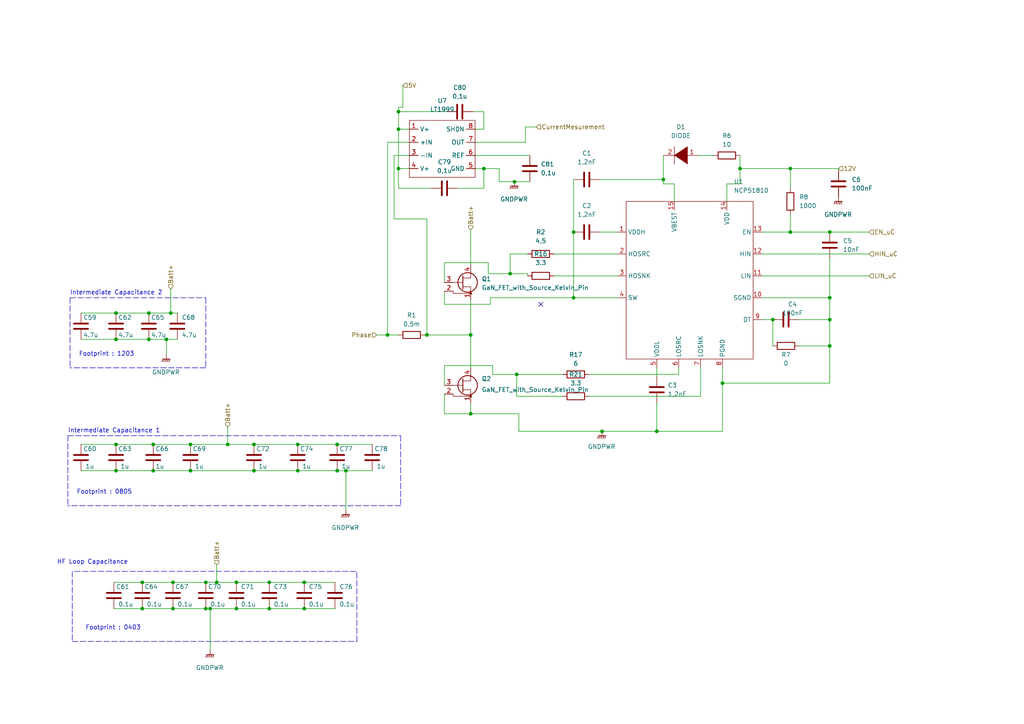
<source format=kicad_sch>
(kicad_sch (version 20211123) (generator eeschema)
  (paper "A4")
  (lib_symbols
    (symbol "Amplifier_Current:LT1999"
      (property "Reference" "U" (at 0 0 0))
      (property "Value" "LT1999" (at 0 2.54 0))
      (symbol "LT1999_0_1"
        (rectangle (start -10.16 -1.27) (end 8.89 -17.78))
      )
      (symbol "LT1999_1_1"
        (pin input line (at -10.16 -3.81 0) (length 2.54) (name "V+") (number "1"))
        (pin input line (at -10.16 -7.62 0) (length 2.54) (name "+IN") (number "2"))
        (pin input line (at -10.16 -11.43 0) (length 2.54) (name "-IN") (number "3"))
        (pin input line (at -10.16 -15.24 0) (length 2.54) (name "V+") (number "4"))
        (pin output line (at 8.89 -15.24 180) (length 2.54) (name "GND") (number "5"))
        (pin output line (at 8.89 -11.43 180) (length 2.54) (name "REF") (number "6"))
        (pin output line (at 8.89 -7.62 180) (length 2.54) (name "OUT") (number "7"))
        (pin input line (at 8.89 -3.81 180) (length 2.54) (name "SHDN") (number "8"))
      )
    )
    (symbol "Device:C" (pin_numbers hide) (pin_names (offset 0.254))
      (property "Reference" "C" (at 0.635 2.54 0))
      (property "Value" "C" (at 0.635 -2.54 0))
      (symbol "C_0_1"
        (polyline (pts (xy -2.032 -0.762) (xy 2.032 -0.762)) (stroke (width 0.508)))
        (polyline (pts (xy -2.032 0.762) (xy 2.032 0.762)) (stroke (width 0.508)))
      )
      (symbol "C_1_1"
        (pin passive line (at 0 3.81 270) (length 2.794) (name "~") (number "1"))
        (pin passive line (at 0 -3.81 90) (length 2.794) (name "~") (number "2"))
      )
    )
    (symbol "Device:R" (pin_numbers hide) (pin_names (offset 0))
      (property "Reference" "R" (at 2.032 0 90))
      (property "Value" "R" (at 0 0 90))
      (symbol "R_0_1"
        (rectangle (start -1.016 -2.54) (end 1.016 2.54) (stroke (width 0.254)))
      )
      (symbol "R_1_1"
        (pin passive line (at 0 3.81 270) (length 1.27) (name "~") (number "1"))
        (pin passive line (at 0 -3.81 90) (length 1.27) (name "~") (number "2"))
      )
    )
    (symbol "Driver_FET:NCP51810"
      (property "Reference" "U" (at 0 21.59 0))
      (property "Value" "NCP51810" (at -2.54 1.27 0))
      (symbol "NCP51810_0_1"
        (rectangle (start -21.59 22.86) (end 15.24 -22.86))
      )
      (symbol "NCP51810_1_1"
        (pin input line (at -24.13 13.97 0) (length 2.54) (name "VDDH") (number "1"))
        (pin input line (at 17.78 -5.08 180) (length 2.54) (name "SGND") (number "10"))
        (pin input line (at 17.78 1.27 180) (length 2.54) (name "LIN") (number "11"))
        (pin input line (at 17.78 7.62 180) (length 2.54) (name "HIN") (number "12"))
        (pin input line (at 17.78 13.97 180) (length 2.54) (name "EN") (number "13"))
        (pin input line (at 7.62 22.86 270) (length 2.54) (name "VDD") (number "14"))
        (pin input line (at -7.62 22.86 270) (length 2.54) (name "VBEST") (number "15"))
        (pin input line (at -24.13 7.62 0) (length 2.54) (name "HOSRC") (number "2"))
        (pin input line (at -24.13 1.27 0) (length 2.54) (name "HOSNK") (number "3"))
        (pin input line (at -24.13 -5.08 0) (length 2.54) (name "SW") (number "4"))
        (pin input line (at -12.7 -25.4 90) (length 2.54) (name "VDDL") (number "5"))
        (pin input line (at -6.35 -25.4 90) (length 2.54) (name "LOSRC") (number "6"))
        (pin input line (at 0 -25.4 90) (length 2.54) (name "LOSNK") (number "7"))
        (pin input line (at 6.35 -25.4 90) (length 2.54) (name "PGND") (number "8"))
        (pin input line (at 17.78 -11.43 180) (length 2.54) (name "DT") (number "9"))
      )
    )
    (symbol "Transistor_FET:GaN_FET_with_Source_Kelvin_Pin" (pin_names (offset 0) hide)
      (property "Reference" "Q" (at 5.08 1.905 0))
      (property "Value" "GaN_FET_with_Source_Kelvin_Pin" (at 5.08 0 0))
      (symbol "GaN_FET_with_Source_Kelvin_Pin_0_1"
        (polyline (pts (xy -2.54 0) (xy 0.254 0)))
        (polyline (pts (xy -2.54 -2.54) (xy -2.54 -3.175) (xy 2.54 -3.175)))
        (polyline (pts (xy 0.254 -1.27) (xy 2.54 -1.27) (xy 2.54 -2.54)))
        (polyline (pts (xy 0.254 1.905) (xy 0.254 -1.905) (xy 0.254 -1.905)) (stroke (width 0.254)))
        (polyline (pts (xy 2.54 2.54) (xy 2.54 1.27) (xy 0.254 1.27)))
        (circle (center 1.651 0) (radius 2.8194) (stroke (width 0.254)))
        (circle (center 2.54 -3.175) (radius 0.2794) (fill (type outline)))
      )
      (symbol "GaN_FET_with_Source_Kelvin_Pin_1_1"
        (pin passive line (at 2.54 -5.08 90) (length 2.54) (name "S") (number "1"))
        (pin passive line (at -5.08 -2.54 0) (length 2.54) (name "SS") (number "2"))
        (pin input line (at -5.08 0 0) (length 2.54) (name "G") (number "3"))
        (pin passive line (at 2.54 5.08 270) (length 2.54) (name "D") (number "4"))
      )
    )
    (symbol "power:GNDPWR" (power) (pin_names (offset 0))
      (property "Value" "GNDPWR" (at 0 -3.302 0))
      (symbol "GNDPWR_0_1"
        (polyline (pts (xy 0 -1.27) (xy 0 0)))
        (polyline (pts (xy -1.016 -1.27) (xy -1.27 -2.032) (xy -1.27 -2.032)) (stroke (width 0.2032)))
        (polyline (pts (xy -0.508 -1.27) (xy -0.762 -2.032) (xy -0.762 -2.032)) (stroke (width 0.2032)))
        (polyline (pts (xy 0 -1.27) (xy -0.254 -2.032) (xy -0.254 -2.032)) (stroke (width 0.2032)))
        (polyline (pts (xy 0.508 -1.27) (xy 0.254 -2.032) (xy 0.254 -2.032)) (stroke (width 0.2032)))
        (polyline (pts (xy 1.016 -1.27) (xy -1.016 -1.27) (xy -1.016 -1.27)) (stroke (width 0.2032)))
        (polyline (pts (xy 1.016 -1.27) (xy 0.762 -2.032) (xy 0.762 -2.032) (xy 0.762 -2.032)) (stroke (width 0.2032)))
      )
      (symbol "GNDPWR_1_1"
        (pin power_in line (at 0 0 270) (length 0) hide (name "GNDPWR") (number "1"))
      )
    )
    (symbol "pspice:DIODE" (pin_names (offset 1.016) hide)
      (property "Reference" "D" (at 0 3.81 0))
      (property "Value" "DIODE" (at 0 -4.445 0))
      (symbol "DIODE_0_1"
        (polyline (pts (xy 1.905 2.54) (xy 1.905 -2.54)))
        (polyline (pts (xy -1.905 2.54) (xy -1.905 -2.54) (xy 1.905 0)) (fill (type outline)))
      )
      (symbol "DIODE_1_1"
        (pin input line (at -5.08 0 0) (length 3.81) (name "K") (number "1"))
        (pin input line (at 5.08 0 180) (length 3.81) (name "A") (number "2"))
      )
    )
  )
  (junction (at 78.105 176.53))
  (junction (at 66.04 128.905))
  (junction (at 190.5 125.095))
  (junction (at 136.525 97.155))
  (junction (at 50.165 176.53))
  (junction (at 41.275 168.91))
  (junction (at 174.625 125.095))
  (junction (at 166.37 67.31))
  (junction (at 140.335 48.895))
  (junction (at 86.36 128.905))
  (junction (at 33.655 98.425))
  (junction (at 123.825 97.155))
  (junction (at 240.665 67.31))
  (junction (at 55.245 136.525))
  (junction (at 68.58 168.91))
  (junction (at 115.57 37.465))
  (junction (at 100.33 136.525))
  (junction (at 149.225 52.705))
  (junction (at 214.63 48.895))
  (junction (at 240.665 100.33))
  (junction (at 49.53 90.805))
  (junction (at 62.865 168.91))
  (junction (at 166.37 86.36))
  (junction (at 43.18 90.805))
  (junction (at 59.69 168.91))
  (junction (at 112.395 97.155))
  (junction (at 149.86 108.585))
  (junction (at 68.58 176.53))
  (junction (at 115.57 32.385))
  (junction (at 33.655 136.525))
  (junction (at 33.655 90.805))
  (junction (at 192.405 52.07))
  (junction (at 86.36 136.525))
  (junction (at 44.45 136.525))
  (junction (at 224.155 92.71))
  (junction (at 88.265 176.53))
  (junction (at 115.57 48.895))
  (junction (at 209.55 111.125))
  (junction (at 50.165 168.91))
  (junction (at 33.655 128.905))
  (junction (at 55.245 128.905))
  (junction (at 60.96 176.53))
  (junction (at 59.69 176.53))
  (junction (at 136.525 120.015))
  (junction (at 240.665 86.36))
  (junction (at 97.79 128.905))
  (junction (at 41.275 176.53))
  (junction (at 73.66 128.905))
  (junction (at 73.66 136.525))
  (junction (at 147.955 79.375))
  (junction (at 43.18 98.425))
  (junction (at 229.235 48.895))
  (junction (at 44.45 128.905))
  (junction (at 229.235 67.31))
  (junction (at 88.265 168.91))
  (junction (at 78.105 168.91))
  (junction (at 48.26 98.425))
  (junction (at 240.665 92.71))
  (junction (at 97.79 136.525))
  (no_connect (at 156.845 88.265))
  (wire (pts (xy 123.19 97.155) (xy 123.825 97.155)))
  (wire (pts (xy 240.665 74.93) (xy 240.665 86.36)))
  (wire (pts (xy 68.58 168.91) (xy 78.105 168.91)))
  (wire (pts (xy 48.26 98.425) (xy 48.26 102.87)))
  (wire (pts (xy 115.57 48.895) (xy 118.745 48.895)))
  (wire (pts (xy 137.795 41.275) (xy 152.4 41.275)))
  (wire (pts (xy 214.63 45.085) (xy 214.63 48.895)))
  (wire (pts (xy 141.605 79.375) (xy 141.605 76.2)))
  (wire (pts (xy 136.525 86.995) (xy 136.525 97.155)))
  (wire (pts (xy 203.2 114.935) (xy 170.815 114.935)))
  (wire (pts (xy 123.825 97.155) (xy 136.525 97.155)))
  (wire (pts (xy 49.53 83.82) (xy 49.53 90.805)))
  (wire (pts (xy 78.105 168.91) (xy 88.265 168.91)))
  (wire (pts (xy 112.395 97.155) (xy 115.57 97.155)))
  (wire (pts (xy 33.655 136.525) (xy 44.45 136.525)))
  (wire (pts (xy 137.795 37.465) (xy 140.335 37.465)))
  (wire (pts (xy 240.665 86.36) (xy 240.665 92.71)))
  (polyline (pts (xy 19.685 126.365) (xy 19.685 146.685)))
  (wire (pts (xy 128.905 120.015) (xy 128.905 114.3)))
  (polyline (pts (xy 20.32 86.36) (xy 59.69 86.36)))
  (wire (pts (xy 55.245 136.525) (xy 73.66 136.525)))
  (wire (pts (xy 123.825 63.5) (xy 114.3 63.5)))
  (wire (pts (xy 192.405 52.07) (xy 192.405 45.085)))
  (wire (pts (xy 123.825 97.155) (xy 123.825 63.5)))
  (wire (pts (xy 86.36 136.525) (xy 97.79 136.525)))
  (wire (pts (xy 88.265 176.53) (xy 97.155 176.53)))
  (wire (pts (xy 115.57 32.385) (xy 115.57 31.115)))
  (wire (pts (xy 153.035 73.66) (xy 147.955 73.66)))
  (wire (pts (xy 68.58 176.53) (xy 78.105 176.53)))
  (wire (pts (xy 240.665 67.31) (xy 252.095 67.31)))
  (wire (pts (xy 142.875 108.585) (xy 142.875 106.045)))
  (wire (pts (xy 174.625 125.095) (xy 150.495 125.095)))
  (wire (pts (xy 152.4 36.83) (xy 155.575 36.83)))
  (polyline (pts (xy 19.685 126.365) (xy 116.205 126.365)))
  (wire (pts (xy 73.66 136.525) (xy 86.36 136.525)))
  (wire (pts (xy 73.66 128.905) (xy 86.36 128.905)))
  (wire (pts (xy 142.24 86.36) (xy 142.24 88.265)))
  (wire (pts (xy 78.105 176.53) (xy 88.265 176.53)))
  (wire (pts (xy 55.245 128.905) (xy 66.04 128.905)))
  (wire (pts (xy 115.57 37.465) (xy 115.57 32.385)))
  (wire (pts (xy 66.04 128.905) (xy 73.66 128.905)))
  (wire (pts (xy 116.84 24.765) (xy 116.84 31.115)))
  (wire (pts (xy 240.665 92.71) (xy 240.665 100.33)))
  (wire (pts (xy 115.57 54.61) (xy 125.095 54.61)))
  (wire (pts (xy 142.875 106.045) (xy 128.905 106.045)))
  (wire (pts (xy 209.55 106.68) (xy 209.55 111.125)))
  (wire (pts (xy 136.525 120.015) (xy 128.905 120.015)))
  (wire (pts (xy 66.04 123.825) (xy 66.04 128.905)))
  (polyline (pts (xy 20.32 86.36) (xy 20.32 106.68)))
  (wire (pts (xy 33.655 98.425) (xy 43.18 98.425)))
  (wire (pts (xy 115.57 32.385) (xy 129.54 32.385)))
  (wire (pts (xy 210.82 53.34) (xy 210.82 58.42)))
  (wire (pts (xy 97.79 128.905) (xy 107.95 128.905)))
  (wire (pts (xy 163.195 108.585) (xy 149.86 108.585)))
  (wire (pts (xy 60.96 176.53) (xy 68.58 176.53)))
  (wire (pts (xy 166.37 86.36) (xy 179.07 86.36)))
  (wire (pts (xy 243.205 48.895) (xy 243.205 49.53)))
  (wire (pts (xy 220.98 86.36) (xy 240.665 86.36)))
  (wire (pts (xy 115.57 48.895) (xy 115.57 54.61)))
  (polyline (pts (xy 103.505 186.055) (xy 103.505 165.735)))
  (wire (pts (xy 49.53 90.805) (xy 51.435 90.805)))
  (wire (pts (xy 214.63 53.34) (xy 210.82 53.34)))
  (wire (pts (xy 59.69 168.91) (xy 62.865 168.91)))
  (polyline (pts (xy 20.955 186.055) (xy 103.505 186.055)))
  (wire (pts (xy 88.265 168.91) (xy 97.155 168.91)))
  (wire (pts (xy 166.37 52.07) (xy 166.37 67.31)))
  (wire (pts (xy 150.495 120.015) (xy 136.525 120.015)))
  (wire (pts (xy 118.745 37.465) (xy 115.57 37.465)))
  (wire (pts (xy 149.225 52.705) (xy 144.78 52.705)))
  (wire (pts (xy 229.235 62.23) (xy 229.235 67.31)))
  (wire (pts (xy 33.02 176.53) (xy 41.275 176.53)))
  (wire (pts (xy 149.86 108.585) (xy 142.875 108.585)))
  (wire (pts (xy 144.78 48.895) (xy 144.78 52.705)))
  (wire (pts (xy 100.33 136.525) (xy 100.33 147.955)))
  (wire (pts (xy 195.58 58.42) (xy 195.58 53.34)))
  (polyline (pts (xy 59.69 86.36) (xy 59.69 106.68)))
  (wire (pts (xy 97.79 136.525) (xy 100.33 136.525)))
  (wire (pts (xy 128.905 106.045) (xy 128.905 111.76)))
  (wire (pts (xy 220.98 80.01) (xy 252.095 80.01)))
  (wire (pts (xy 115.57 31.115) (xy 116.84 31.115)))
  (wire (pts (xy 33.02 168.91) (xy 41.275 168.91)))
  (wire (pts (xy 86.36 128.905) (xy 97.79 128.905)))
  (wire (pts (xy 220.98 67.31) (xy 229.235 67.31)))
  (wire (pts (xy 136.525 97.155) (xy 136.525 106.68)))
  (wire (pts (xy 128.905 84.455) (xy 128.905 88.265)))
  (wire (pts (xy 141.605 79.375) (xy 147.955 79.375)))
  (wire (pts (xy 59.69 176.53) (xy 60.96 176.53)))
  (wire (pts (xy 137.16 32.385) (xy 140.335 32.385)))
  (wire (pts (xy 23.495 90.805) (xy 33.655 90.805)))
  (wire (pts (xy 112.395 41.275) (xy 118.745 41.275)))
  (wire (pts (xy 149.86 114.935) (xy 149.86 108.585)))
  (wire (pts (xy 132.715 54.61) (xy 140.335 54.61)))
  (polyline (pts (xy 59.69 106.68) (xy 20.32 106.68)))
  (wire (pts (xy 114.3 63.5) (xy 114.3 45.085)))
  (wire (pts (xy 50.165 176.53) (xy 59.69 176.53)))
  (wire (pts (xy 62.865 168.91) (xy 68.58 168.91)))
  (wire (pts (xy 41.275 176.53) (xy 50.165 176.53)))
  (polyline (pts (xy 21.59 165.735) (xy 103.505 165.735)))
  (wire (pts (xy 220.98 73.66) (xy 252.095 73.66)))
  (wire (pts (xy 170.815 108.585) (xy 196.85 108.585)))
  (wire (pts (xy 109.22 97.155) (xy 112.395 97.155)))
  (wire (pts (xy 140.335 48.895) (xy 144.78 48.895)))
  (wire (pts (xy 214.63 48.895) (xy 214.63 53.34)))
  (wire (pts (xy 147.955 79.375) (xy 153.035 79.375)))
  (polyline (pts (xy 116.205 146.685) (xy 19.685 146.685)))
  (polyline (pts (xy 20.955 165.735) (xy 20.955 186.055)))
  (wire (pts (xy 43.18 90.805) (xy 49.53 90.805)))
  (wire (pts (xy 23.495 128.905) (xy 33.655 128.905)))
  (wire (pts (xy 142.24 88.265) (xy 128.905 88.265)))
  (wire (pts (xy 224.155 92.71) (xy 224.155 100.33)))
  (wire (pts (xy 33.655 90.805) (xy 43.18 90.805)))
  (wire (pts (xy 44.45 128.905) (xy 55.245 128.905)))
  (wire (pts (xy 196.85 106.68) (xy 196.85 108.585)))
  (wire (pts (xy 136.525 66.675) (xy 136.525 76.835)))
  (wire (pts (xy 41.275 168.91) (xy 50.165 168.91)))
  (wire (pts (xy 214.63 48.895) (xy 229.235 48.895)))
  (wire (pts (xy 100.33 136.525) (xy 107.95 136.525)))
  (wire (pts (xy 231.775 92.71) (xy 240.665 92.71)))
  (wire (pts (xy 173.99 67.31) (xy 179.07 67.31)))
  (wire (pts (xy 160.655 80.01) (xy 179.07 80.01)))
  (wire (pts (xy 128.905 76.2) (xy 128.905 81.915)))
  (wire (pts (xy 140.335 54.61) (xy 140.335 48.895)))
  (wire (pts (xy 190.5 125.095) (xy 174.625 125.095)))
  (wire (pts (xy 147.955 73.66) (xy 147.955 79.375)))
  (wire (pts (xy 43.18 98.425) (xy 48.26 98.425)))
  (wire (pts (xy 160.655 73.66) (xy 179.07 73.66)))
  (wire (pts (xy 141.605 76.2) (xy 128.905 76.2)))
  (wire (pts (xy 166.37 86.36) (xy 142.24 86.36)))
  (wire (pts (xy 209.55 111.125) (xy 209.55 125.095)))
  (wire (pts (xy 150.495 125.095) (xy 150.495 120.015)))
  (wire (pts (xy 203.2 106.68) (xy 203.2 114.935)))
  (wire (pts (xy 33.655 128.905) (xy 44.45 128.905)))
  (wire (pts (xy 209.55 111.125) (xy 240.665 111.125)))
  (wire (pts (xy 136.525 116.84) (xy 136.525 120.015)))
  (wire (pts (xy 190.5 106.68) (xy 190.5 109.22)))
  (wire (pts (xy 152.4 41.275) (xy 152.4 36.83)))
  (wire (pts (xy 229.235 67.31) (xy 240.665 67.31)))
  (polyline (pts (xy 116.205 126.365) (xy 116.205 146.685)))
  (wire (pts (xy 231.775 100.33) (xy 240.665 100.33)))
  (wire (pts (xy 240.665 100.33) (xy 240.665 111.125)))
  (wire (pts (xy 137.795 48.895) (xy 140.335 48.895)))
  (wire (pts (xy 190.5 116.84) (xy 190.5 125.095)))
  (wire (pts (xy 44.45 136.525) (xy 55.245 136.525)))
  (wire (pts (xy 192.405 53.34) (xy 192.405 52.07)))
  (wire (pts (xy 50.165 168.91) (xy 59.69 168.91)))
  (wire (pts (xy 173.99 52.07) (xy 192.405 52.07)))
  (wire (pts (xy 202.565 45.085) (xy 207.01 45.085)))
  (wire (pts (xy 153.035 79.375) (xy 153.035 80.01)))
  (wire (pts (xy 23.495 136.525) (xy 33.655 136.525)))
  (wire (pts (xy 23.495 98.425) (xy 33.655 98.425)))
  (wire (pts (xy 62.865 163.83) (xy 62.865 168.91)))
  (wire (pts (xy 195.58 53.34) (xy 192.405 53.34)))
  (wire (pts (xy 163.195 114.935) (xy 149.86 114.935)))
  (wire (pts (xy 60.96 176.53) (xy 60.96 188.595)))
  (wire (pts (xy 220.98 92.71) (xy 224.155 92.71)))
  (wire (pts (xy 209.55 125.095) (xy 190.5 125.095)))
  (wire (pts (xy 114.3 45.085) (xy 118.745 45.085)))
  (wire (pts (xy 140.335 37.465) (xy 140.335 32.385)))
  (wire (pts (xy 229.235 48.895) (xy 243.205 48.895)))
  (wire (pts (xy 115.57 37.465) (xy 115.57 48.895)))
  (wire (pts (xy 48.26 98.425) (xy 51.435 98.425)))
  (wire (pts (xy 229.235 48.895) (xy 229.235 54.61)))
  (wire (pts (xy 137.795 45.085) (xy 153.67 45.085)))
  (wire (pts (xy 112.395 41.275) (xy 112.395 97.155)))
  (wire (pts (xy 166.37 67.31) (xy 166.37 86.36)))
  (wire (pts (xy 153.67 52.705) (xy 149.225 52.705)))
  (text "Footprint : 0805" (at 22.225 143.51 0) (effects (font (size 1.27 1.27)) (justify left bottom)))
  (text "HF Loop Capacitance" (at 16.51 163.83 0) (effects (font (size 1.27 1.27)) (justify left bottom)))
  (text "Footprint : 0403" (at 24.765 182.88 0) (effects (font (size 1.27 1.27)) (justify left bottom)))
  (text "Intermediate Capacitance 2" (at 20.32 85.725 0) (effects (font (size 1.27 1.27)) (justify left bottom)))
  (text "Intermediate Capacitance 1" (at 19.685 125.73 0) (effects (font (size 1.27 1.27)) (justify left bottom)))
  (text "Footprint : 1203" (at 22.86 103.505 0) (effects (font (size 1.27 1.27)) (justify left bottom)))
  (hierarchical_label "CurrentMesurement" (shape input) (at 155.575 36.83 0))
  (hierarchical_label "Batt+" (shape input) (at 49.53 83.82 90))
  (hierarchical_label "LIN_uC" (shape input) (at 252.095 80.01 0))
  (hierarchical_label "HIN_uC" (shape input) (at 252.095 73.66 0))
  (hierarchical_label "Batt+" (shape input) (at 136.525 66.675 90))
  (hierarchical_label "Phase" (shape input) (at 109.22 97.155 180))
  (hierarchical_label "5V" (shape input) (at 116.84 24.765 0))
  (hierarchical_label "EN_uC" (shape input) (at 252.095 67.31 0))
  (hierarchical_label "12V" (shape input) (at 243.205 48.895 0))
  (hierarchical_label "Batt+" (shape input) (at 62.865 163.83 90))
  (hierarchical_label "Batt+" (shape input) (at 66.04 123.825 90))
  (symbol (lib_id "Device:C") (at 33.655 94.615 0) (unit 1)
    (property "Reference" "C62" (at 34.29 92.075 0) (effects (justify left)))
    (property "Value" "4.7u" (at 34.29 97.155 0) (effects (justify left)))
    (property "Footprint" "Capacitor_SMD:C_1206_3216Metric_Pad1.33x1.80mm_HandSolder" (effects hide))
  )
  (symbol (lib_id "Device:C") (at 50.165 172.72 0) (unit 1)
    (property "Reference" "C67" (at 50.8 170.18 0) (effects (justify left)))
    (property "Value" "0.1u" (at 51.435 175.26 0) (effects (justify left)))
    (property "Footprint" "Capacitor_SMD:C_0402_1005Metric_Pad0.74x0.62mm_HandSolder" (effects hide))
  )
  (symbol (lib_id "Device:C") (at 68.58 172.72 0) (unit 1)
    (property "Reference" "C71" (at 69.85 170.18 0) (effects (justify left)))
    (property "Value" "0.1u" (at 69.85 175.26 0) (effects (justify left)))
    (property "Footprint" "Capacitor_SMD:C_0402_1005Metric_Pad0.74x0.62mm_HandSolder" (effects hide))
  )
  (symbol (lib_id "Device:R") (at 210.82 45.085 90) (unit 1)
    (property "Reference" "R6" (at 210.82 39.37 90))
    (property "Value" "10" (at 210.82 41.91 90))
    (property "Footprint" "Capacitor_SMD:C_0603_1608Metric" (effects hide))
  )
  (symbol (lib_id "Transistor_FET:GaN_FET_with_Source_Kelvin_Pin") (at 133.985 111.76 0) (unit 1)
    (property "Reference" "Q2" (at 139.7 109.855 0) (effects (justify left)))
    (property "Value" "GaN_FET_with_Source_Kelvin_Pin" (at 139.7 113.03 0) (effects (justify left)))
    (property "Footprint" "Package_TO_SOT_THT:EPC2065 3.5x1.95 with Kelvin Gate" (effects hide))
    (property "Datasheet" "https://www.infineon.com/dgdl/Infineon-IGT60R070D1-DataSheet-v02_01-EN.pdf?fileId=5546d46265f064ff016686028dd56526" (effects hide))
  )
  (symbol (lib_id "Device:R") (at 167.005 114.935 90) (unit 1)
    (property "Reference" "R21" (at 167.005 108.585 90))
    (property "Value" "3.3" (at 167.005 111.125 90))
    (property "Footprint" "Resistor_SMD:R_0402_1005Metric_Pad0.72x0.64mm_HandSolder" (effects hide))
  )
  (symbol (lib_id "Device:C") (at 97.79 132.715 0) (unit 1)
    (property "Reference" "C77" (at 98.425 130.175 0) (effects (justify left)))
    (property "Value" "1u" (at 99.06 135.255 0) (effects (justify left)))
    (property "Footprint" "Capacitor_SMD:C_0805_2012Metric_Pad1.18x1.45mm_HandSolder" (effects hide))
  )
  (symbol (lib_id "power:GNDPWR") (at 149.225 52.705 0) (unit 1)
    (property "Reference" "#PWR012" (effects hide))
    (property "Value" "GNDPWR" (at 149.098 57.785 0))
  )
  (symbol (lib_id "Driver_FET:NCP51810") (at 203.2 81.28 0) (unit 1)
    (property "Reference" "U1" (at 212.8394 52.705 0) (effects (justify left)))
    (property "Value" "NCP51810" (at 212.8394 55.245 0) (effects (justify left)))
    (property "Footprint" "Package_DFN_QFN:QFN15 4x4, 0.5P Case 485FN" (effects hide))
  )
  (symbol (lib_id "Device:C") (at 33.02 172.72 0) (unit 1)
    (property "Reference" "C61" (at 33.655 170.18 0) (effects (justify left)))
    (property "Value" "0.1u" (at 34.29 175.26 0) (effects (justify left)))
    (property "Footprint" "Capacitor_SMD:C_0402_1005Metric_Pad0.74x0.62mm_HandSolder" (effects hide))
  )
  (symbol (lib_id "Device:C") (at 133.35 32.385 90) (unit 1)
    (property "Reference" "C80" (at 133.35 25.4 90))
    (property "Value" "0,1u" (at 133.35 27.94 90))
    (property "Footprint" "Capacitor_SMD:C_0603_1608Metric_Pad1.08x0.95mm_HandSolder" (effects hide))
  )
  (symbol (lib_id "Device:C") (at 78.105 172.72 0) (unit 1)
    (property "Reference" "C73" (at 79.375 170.18 0) (effects (justify left)))
    (property "Value" "0.1u" (at 79.375 175.26 0) (effects (justify left)))
    (property "Footprint" "Capacitor_SMD:C_0402_1005Metric_Pad0.74x0.62mm_HandSolder" (effects hide))
  )
  (symbol (lib_id "power:GNDPWR") (at 174.625 125.095 0) (unit 1)
    (property "Reference" "#PWR013" (effects hide))
    (property "Value" "GNDPWR" (at 174.498 129.54 0))
  )
  (symbol (lib_id "Device:C") (at 170.18 67.31 90) (unit 1)
    (property "Reference" "C2" (at 170.18 59.69 90))
    (property "Value" "1,2nF" (at 170.18 62.23 90))
    (property "Footprint" "Capacitor_SMD:C_0603_1608Metric" (effects hide))
  )
  (symbol (lib_id "Device:C") (at 153.67 48.895 0) (unit 1)
    (property "Reference" "C81" (at 156.845 47.6249 0) (effects (justify left)))
    (property "Value" "0,1u" (at 156.845 50.1649 0) (effects (justify left)))
    (property "Footprint" "Capacitor_SMD:C_0603_1608Metric_Pad1.08x0.95mm_HandSolder" (effects hide))
  )
  (symbol (lib_id "Device:R") (at 227.965 100.33 90) (unit 1)
    (property "Reference" "R7" (at 227.965 102.87 90))
    (property "Value" "0" (at 227.965 105.41 90))
    (property "Footprint" "Capacitor_SMD:C_0603_1608Metric" (effects hide))
  )
  (symbol (lib_id "Device:C") (at 227.965 92.71 90) (unit 1)
    (property "Reference" "C4" (at 229.87 88.265 90))
    (property "Value" "100nF" (at 229.87 90.805 90))
    (property "Footprint" "Capacitor_SMD:C_0603_1608Metric" (effects hide))
  )
  (symbol (lib_id "Device:C") (at 23.495 132.715 0) (unit 1)
    (property "Reference" "C60" (at 24.13 130.175 0) (effects (justify left)))
    (property "Value" "1u" (at 24.765 135.255 0) (effects (justify left)))
    (property "Footprint" "Capacitor_SMD:C_0805_2012Metric_Pad1.18x1.45mm_HandSolder" (effects hide))
  )
  (symbol (lib_id "power:GNDPWR") (at 48.26 102.87 0) (unit 1)
    (property "Reference" "#PWR09" (effects hide))
    (property "Value" "GNDPWR" (at 48.133 107.95 0))
  )
  (symbol (lib_id "Device:C") (at 243.205 53.34 180) (unit 1)
    (property "Reference" "C6" (at 247.015 52.0699 0) (effects (justify right)))
    (property "Value" "100nF" (at 247.015 54.6099 0) (effects (justify right)))
    (property "Footprint" "Capacitor_SMD:C_0603_1608Metric" (effects hide))
  )
  (symbol (lib_id "Device:C") (at 107.95 132.715 0) (unit 1)
    (property "Reference" "C78" (at 108.585 130.175 0) (effects (justify left)))
    (property "Value" "1u" (at 109.22 135.255 0) (effects (justify left)))
    (property "Footprint" "Capacitor_SMD:C_0805_2012Metric_Pad1.18x1.45mm_HandSolder" (effects hide))
  )
  (symbol (lib_id "Device:R") (at 156.845 80.01 90) (unit 1)
    (property "Reference" "R16" (at 156.845 73.66 90))
    (property "Value" "3.3" (at 156.845 76.2 90))
    (property "Footprint" "Resistor_SMD:R_0402_1005Metric_Pad0.72x0.64mm_HandSolder" (effects hide))
  )
  (symbol (lib_id "Device:C") (at 170.18 52.07 90) (unit 1)
    (property "Reference" "C1" (at 170.18 44.45 90))
    (property "Value" "1,2nF" (at 170.18 46.99 90))
    (property "Footprint" "Capacitor_SMD:C_0603_1608Metric" (effects hide))
  )
  (symbol (lib_id "Device:C") (at 97.155 172.72 0) (unit 1)
    (property "Reference" "C76" (at 98.425 170.18 0) (effects (justify left)))
    (property "Value" "0.1u" (at 98.425 175.26 0) (effects (justify left)))
    (property "Footprint" "Capacitor_SMD:C_0402_1005Metric_Pad0.74x0.62mm_HandSolder" (effects hide))
  )
  (symbol (lib_id "power:GNDPWR") (at 243.205 57.15 0) (unit 1)
    (property "Reference" "#PWR014" (effects hide))
    (property "Value" "GNDPWR" (at 243.078 62.23 0))
  )
  (symbol (lib_id "Device:R") (at 119.38 97.155 90) (unit 1)
    (property "Reference" "R1" (at 119.38 91.44 90))
    (property "Value" "0,5m" (at 119.38 93.98 90))
    (property "Footprint" "Capacitor_SMD:C_0603_1608Metric" (effects hide))
    (property "Datasheet" "2W" (effects hide))
  )
  (symbol (lib_id "Device:C") (at 51.435 94.615 0) (unit 1)
    (property "Reference" "C68" (at 52.705 92.075 0) (effects (justify left)))
    (property "Value" "4.7u" (at 52.705 97.155 0) (effects (justify left)))
    (property "Footprint" "Capacitor_SMD:C_1206_3216Metric_Pad1.33x1.80mm_HandSolder" (effects hide))
  )
  (symbol (lib_id "Device:C") (at 240.665 71.12 180) (unit 1)
    (property "Reference" "C5" (at 244.475 69.8499 0) (effects (justify right)))
    (property "Value" "10nF" (at 244.475 72.3899 0) (effects (justify right)))
    (property "Footprint" "Capacitor_SMD:C_0603_1608Metric" (effects hide))
  )
  (symbol (lib_id "Device:C") (at 88.265 172.72 0) (unit 1)
    (property "Reference" "C75" (at 89.535 170.18 0) (effects (justify left)))
    (property "Value" "0.1u" (at 89.535 175.26 0) (effects (justify left)))
    (property "Footprint" "Capacitor_SMD:C_0402_1005Metric_Pad0.74x0.62mm_HandSolder" (effects hide))
  )
  (symbol (lib_id "Device:C") (at 73.66 132.715 0) (unit 1)
    (property "Reference" "C72" (at 74.295 130.175 0) (effects (justify left)))
    (property "Value" "1u" (at 74.93 135.255 0) (effects (justify left)))
    (property "Footprint" "Capacitor_SMD:C_0805_2012Metric_Pad1.18x1.45mm_HandSolder" (effects hide))
  )
  (symbol (lib_id "Device:C") (at 55.245 132.715 0) (unit 1)
    (property "Reference" "C69" (at 55.88 130.175 0) (effects (justify left)))
    (property "Value" "1u" (at 56.515 135.255 0) (effects (justify left)))
    (property "Footprint" "Capacitor_SMD:C_0805_2012Metric_Pad1.18x1.45mm_HandSolder" (effects hide))
  )
  (symbol (lib_id "Transistor_FET:GaN_FET_with_Source_Kelvin_Pin") (at 133.985 81.915 0) (unit 1)
    (property "Reference" "Q1" (at 139.7 80.8989 0) (effects (justify left)))
    (property "Value" "GaN_FET_with_Source_Kelvin_Pin" (at 139.7 83.4389 0) (effects (justify left)))
    (property "Footprint" "Package_TO_SOT_THT:EPC2065 3.5x1.95 with Kelvin Gate" (effects hide))
    (property "Datasheet" "https://www.infineon.com/dgdl/Infineon-IGT60R070D1-DataSheet-v02_01-EN.pdf?fileId=5546d46265f064ff016686028dd56526" (effects hide))
  )
  (symbol (lib_id "power:GNDPWR") (at 100.33 147.955 0) (unit 1)
    (property "Reference" "#PWR011" (effects hide))
    (property "Value" "GNDPWR" (at 100.203 153.035 0))
  )
  (symbol (lib_id "Device:R") (at 167.005 108.585 90) (unit 1)
    (property "Reference" "R17" (at 167.005 102.87 90))
    (property "Value" "6" (at 167.005 105.41 90))
    (property "Footprint" "Resistor_SMD:R_0402_1005Metric_Pad0.72x0.64mm_HandSolder" (effects hide))
  )
  (symbol (lib_id "Device:C") (at 41.275 172.72 0) (unit 1)
    (property "Reference" "C64" (at 41.91 170.18 0) (effects (justify left)))
    (property "Value" "0.1u" (at 42.545 175.26 0) (effects (justify left)))
    (property "Footprint" "Capacitor_SMD:C_0402_1005Metric_Pad0.74x0.62mm_HandSolder" (effects hide))
  )
  (symbol (lib_id "Device:C") (at 44.45 132.715 0) (unit 1)
    (property "Reference" "C66" (at 45.085 130.175 0) (effects (justify left)))
    (property "Value" "1u" (at 45.085 135.255 0) (effects (justify left)))
    (property "Footprint" "Capacitor_SMD:C_0805_2012Metric_Pad1.18x1.45mm_HandSolder" (effects hide))
  )
  (symbol (lib_id "Amplifier_Current:LT1999") (at 128.905 33.655 0) (unit 1)
    (property "Reference" "U7" (at 128.27 29.21 0))
    (property "Value" "LT1999" (at 128.27 31.75 0))
    (property "Footprint" "Package_SO:SOIC-8_3.9x4.9mm_P1.27mm" (effects hide))
  )
  (symbol (lib_id "Device:C") (at 59.69 172.72 0) (unit 1)
    (property "Reference" "C70" (at 60.325 170.18 0) (effects (justify left)))
    (property "Value" "0.1u" (at 60.96 175.26 0) (effects (justify left)))
    (property "Footprint" "Capacitor_SMD:C_0402_1005Metric_Pad0.74x0.62mm_HandSolder" (effects hide))
  )
  (symbol (lib_id "Device:C") (at 23.495 94.615 0) (unit 1)
    (property "Reference" "C59" (at 24.13 92.075 0) (effects (justify left)))
    (property "Value" "4.7u" (at 24.13 97.155 0) (effects (justify left)))
    (property "Footprint" "Capacitor_SMD:C_1206_3216Metric_Pad1.33x1.80mm_HandSolder" (effects hide))
  )
  (symbol (lib_id "Device:C") (at 128.905 54.61 90) (unit 1)
    (property "Reference" "C79" (at 128.905 46.99 90))
    (property "Value" "0,1u" (at 128.905 49.53 90))
    (property "Footprint" "Capacitor_SMD:C_0603_1608Metric_Pad1.08x0.95mm_HandSolder" (effects hide))
  )
  (symbol (lib_id "Device:R") (at 156.845 73.66 90) (unit 1)
    (property "Reference" "R2" (at 156.845 67.31 90))
    (property "Value" "4,5" (at 156.845 69.85 90))
    (property "Footprint" "Capacitor_SMD:C_0603_1608Metric" (effects hide))
  )
  (symbol (lib_id "pspice:DIODE") (at 197.485 45.085 180) (unit 1)
    (property "Reference" "D1" (at 197.485 36.83 0))
    (property "Value" "DIODE" (at 197.485 39.37 0))
    (property "Footprint" "Package_TO_SOT_SMD:TO-263-2" (effects hide))
  )
  (symbol (lib_id "power:GNDPWR") (at 60.96 188.595 0) (unit 1)
    (property "Reference" "#PWR010" (effects hide))
    (property "Value" "GNDPWR" (at 60.833 193.675 0))
  )
  (symbol (lib_id "Device:C") (at 190.5 113.03 0) (unit 1)
    (property "Reference" "C3" (at 193.675 111.7599 0) (effects (justify left)))
    (property "Value" "1,2nF" (at 193.675 114.2999 0) (effects (justify left)))
    (property "Footprint" "Capacitor_SMD:C_0603_1608Metric" (effects hide))
  )
  (symbol (lib_id "Device:C") (at 43.18 94.615 0) (unit 1)
    (property "Reference" "C65" (at 43.815 92.075 0) (effects (justify left)))
    (property "Value" "4.7u" (at 43.815 97.155 0) (effects (justify left)))
    (property "Footprint" "Capacitor_SMD:C_1206_3216Metric_Pad1.33x1.80mm_HandSolder" (effects hide))
  )
  (symbol (lib_id "Device:R") (at 229.235 58.42 0) (unit 1)
    (property "Reference" "R8" (at 231.775 57.1499 0) (effects (justify left)))
    (property "Value" "1000" (at 231.775 59.6899 0) (effects (justify left)))
    (property "Footprint" "Capacitor_SMD:C_0603_1608Metric" (effects hide))
  )
  (symbol (lib_id "Device:C") (at 86.36 132.715 0) (unit 1)
    (property "Reference" "C74" (at 86.995 130.175 0) (effects (justify left)))
    (property "Value" "1u" (at 87.63 135.255 0) (effects (justify left)))
    (property "Footprint" "Capacitor_SMD:C_0805_2012Metric_Pad1.18x1.45mm_HandSolder" (effects hide))
  )
  (symbol (lib_id "Device:C") (at 33.655 132.715 0) (unit 1)
    (property "Reference" "C63" (at 34.29 130.175 0) (effects (justify left)))
    (property "Value" "1u" (at 34.925 135.255 0) (effects (justify left)))
    (property "Footprint" "Capacitor_SMD:C_0805_2012Metric_Pad1.18x1.45mm_HandSolder" (effects hide))
  )
)
</source>
